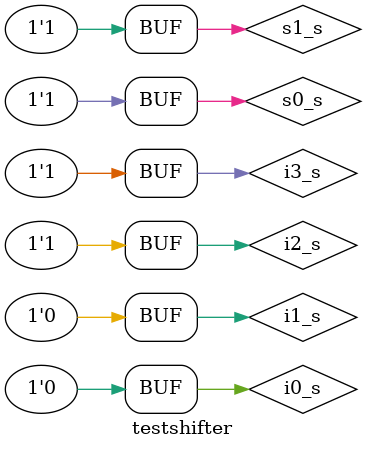
<source format=v>
`timescale 1 ns/1 ns

module testshifter();
  
  reg i3_s, i2_s, i1_s, i0_s, s1_s, s0_s;
  wire d3_s, d2_s, d1_s, d0_s;
  
  shifter1 s1(i3_s, i2_s, i1_s, i0_s, s1_s, s0_s, d3_s, d2_s, d1_s, d0_s);
  
  initial begin
    //Testing Hold
    s1_s <= 0; s0_s <= 0; i3_s <= 1; i2_s <= 1; i1_s <= 1; i0_s <= 1;
    #10 s1_s <= 0; s0_s <= 0; i3_s <= 1; i2_s <= 0; i1_s <= 1; i0_s <= 1;
    //Testing Shift Left
    #10 s1_s <= 0; s0_s <= 1; i3_s <= 1; i2_s <= 1; i1_s <= 1; i0_s <= 1;
    #10 s1_s <= 0; s0_s <= 1; i3_s <= 1; i2_s <= 0; i1_s <= 0; i0_s <= 1;
    #10 s1_s <= 0; s0_s <= 1; i3_s <= 0; i2_s <= 0; i1_s <= 0; i0_s <= 0;
    //Testing Shift Right
    #10 s1_s <= 1; s0_s <= 0; i3_s <= 1; i2_s <= 1; i1_s <= 1; i0_s <= 1;
    #10 s1_s <= 1; s0_s <= 0; i3_s <= 1; i2_s <= 0; i1_s <= 0; i0_s <= 1;
    #10 s1_s <= 1; s0_s <= 0; i3_s <= 0; i2_s <= 0; i1_s <= 0; i0_s <= 0;    
    //Testing Rotate
    #10 s1_s <= 1; s0_s <= 1; i3_s <= 1; i2_s <= 1; i1_s <= 1; i0_s <= 1;
    #10 s1_s <= 1; s0_s <= 1; i3_s <= 1; i2_s <= 0; i1_s <= 0; i0_s <= 1;
    #10 s1_s <= 1; s0_s <= 1; i3_s <= 1; i2_s <= 1; i1_s <= 0; i0_s <= 0;    
  end    
  
endmodule


</source>
